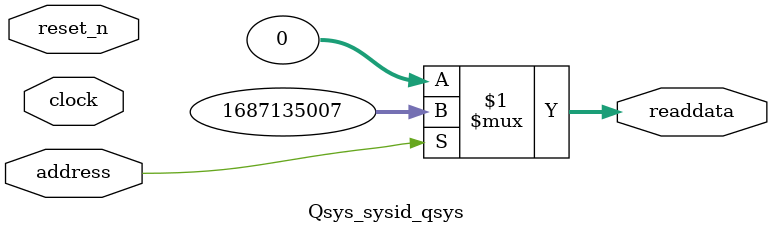
<source format=v>



// synthesis translate_off
`timescale 1ns / 1ps
// synthesis translate_on

// turn off superfluous verilog processor warnings 
// altera message_level Level1 
// altera message_off 10034 10035 10036 10037 10230 10240 10030 

module Qsys_sysid_qsys (
               // inputs:
                address,
                clock,
                reset_n,

               // outputs:
                readdata
             )
;

  output  [ 31: 0] readdata;
  input            address;
  input            clock;
  input            reset_n;

  wire    [ 31: 0] readdata;
  //control_slave, which is an e_avalon_slave
  assign readdata = address ? 1687135007 : 0;

endmodule



</source>
